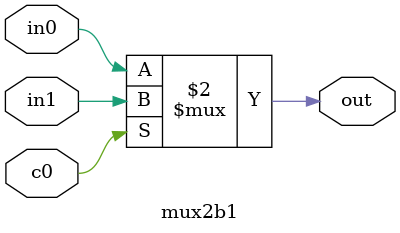
<source format=v>
module mux2b1(
	input  in0,
	input  in1,
	input  c0,
	output out
	);
	
	assign out = (!c0)? in0 : in1;

endmodule

</source>
